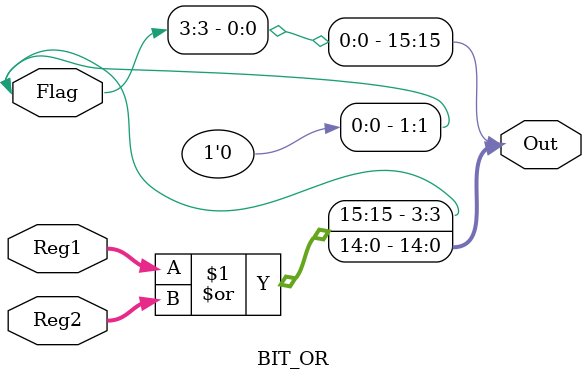
<source format=v>
module BIT_OR (Reg1, Reg2, Out, Flag);

input [15:0] Reg1, Reg2;
input [3:0] Flag; //N,Z,C,V

output [15:0] Out;

assign Out = Reg1 | Reg2;



assign Flag[0] = (({Flag[1],Out[15]} == 2'b01)|| ({Flag[1],Out[15]} == 2'b10));

assign Flag[1] = 1'b0;

assign Flag[2] = (Out == 0);

assign Flag[3] = (Out[15] == 1'b1);

endmodule

</source>
